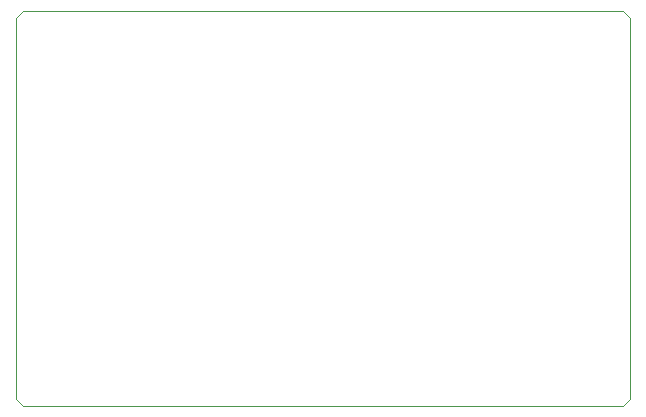
<source format=gbr>
%TF.GenerationSoftware,KiCad,Pcbnew,(6.0.6)*%
%TF.CreationDate,2022-07-26T01:14:12+02:00*%
%TF.ProjectId,toolhead_pcb,746f6f6c-6865-4616-945f-7063622e6b69,rev?*%
%TF.SameCoordinates,Original*%
%TF.FileFunction,Profile,NP*%
%FSLAX46Y46*%
G04 Gerber Fmt 4.6, Leading zero omitted, Abs format (unit mm)*
G04 Created by KiCad (PCBNEW (6.0.6)) date 2022-07-26 01:14:12*
%MOMM*%
%LPD*%
G01*
G04 APERTURE LIST*
%TA.AperFunction,Profile*%
%ADD10C,0.100000*%
%TD*%
G04 APERTURE END LIST*
D10*
X68600000Y-112000000D02*
X68000000Y-111400000D01*
X68600000Y-78500000D02*
X68000000Y-79100000D01*
X68000000Y-79100000D02*
X68000000Y-111400000D01*
X120000000Y-111400000D02*
X120000000Y-79100000D01*
X119400000Y-78500000D02*
X68600000Y-78500000D01*
X68600000Y-112000000D02*
X119400000Y-112000000D01*
X119400000Y-112000000D02*
X120000000Y-111400000D01*
X119400000Y-78500000D02*
X120000000Y-79100000D01*
M02*

</source>
